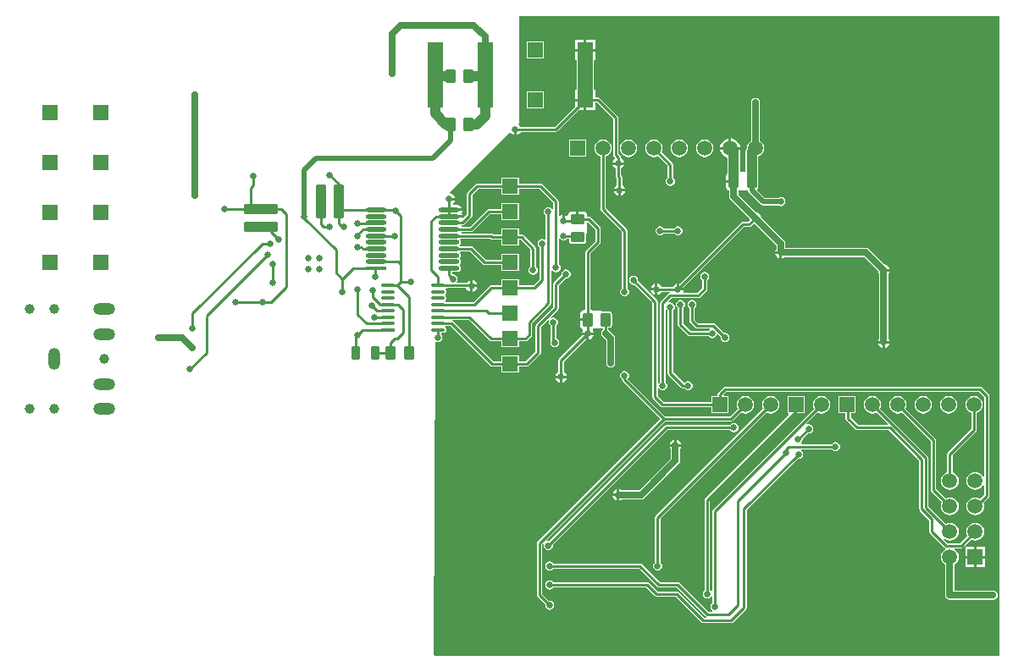
<source format=gbl>
G04 Layer_Physical_Order=2*
G04 Layer_Color=16711680*
%FSLAX43Y43*%
%MOMM*%
G71*
G01*
G75*
G04:AMPARAMS|DCode=14|XSize=1.4mm|YSize=1mm|CornerRadius=0.125mm|HoleSize=0mm|Usage=FLASHONLY|Rotation=270.000|XOffset=0mm|YOffset=0mm|HoleType=Round|Shape=RoundedRectangle|*
%AMROUNDEDRECTD14*
21,1,1.400,0.750,0,0,270.0*
21,1,1.150,1.000,0,0,270.0*
1,1,0.250,-0.375,-0.575*
1,1,0.250,-0.375,0.575*
1,1,0.250,0.375,0.575*
1,1,0.250,0.375,-0.575*
%
%ADD14ROUNDEDRECTD14*%
G04:AMPARAMS|DCode=22|XSize=1.4mm|YSize=1mm|CornerRadius=0.125mm|HoleSize=0mm|Usage=FLASHONLY|Rotation=180.000|XOffset=0mm|YOffset=0mm|HoleType=Round|Shape=RoundedRectangle|*
%AMROUNDEDRECTD22*
21,1,1.400,0.750,0,0,180.0*
21,1,1.150,1.000,0,0,180.0*
1,1,0.250,-0.575,0.375*
1,1,0.250,0.575,0.375*
1,1,0.250,0.575,-0.375*
1,1,0.250,-0.575,-0.375*
%
%ADD22ROUNDEDRECTD22*%
G04:AMPARAMS|DCode=24|XSize=1.3mm|YSize=0.8mm|CornerRadius=0.1mm|HoleSize=0mm|Usage=FLASHONLY|Rotation=270.000|XOffset=0mm|YOffset=0mm|HoleType=Round|Shape=RoundedRectangle|*
%AMROUNDEDRECTD24*
21,1,1.300,0.600,0,0,270.0*
21,1,1.100,0.800,0,0,270.0*
1,1,0.200,-0.300,-0.550*
1,1,0.200,-0.300,0.550*
1,1,0.200,0.300,0.550*
1,1,0.200,0.300,-0.550*
%
%ADD24ROUNDEDRECTD24*%
%ADD27R,1.500X1.500*%
%ADD34C,1.000*%
%ADD36C,0.254*%
%ADD37C,0.650*%
%ADD38C,1.500*%
%ADD41C,0.500*%
%ADD42C,1.500*%
%ADD43R,1.500X1.500*%
%ADD44O,2.200X1.200*%
%ADD45O,1.200X2.200*%
%ADD46C,1.000*%
%ADD47C,0.650*%
%ADD48R,2.100X0.450*%
%ADD49O,2.100X0.450*%
%ADD50O,1.450X0.350*%
%ADD51R,1.450X0.350*%
G36*
X53208Y45359D02*
Y44739D01*
X53081Y44701D01*
X53031Y44776D01*
X52881Y44876D01*
X52705Y44911D01*
X52529Y44876D01*
X52379Y44776D01*
X52279Y44626D01*
X52244Y44450D01*
X52279Y44274D01*
X52379Y44124D01*
X52446Y44079D01*
Y41720D01*
X52319Y41652D01*
X52246Y41701D01*
X52070Y41736D01*
X51894Y41701D01*
X51744Y41601D01*
X51644Y41451D01*
X51609Y41275D01*
X51644Y41099D01*
X51744Y40949D01*
X51811Y40904D01*
Y37699D01*
X51201Y37089D01*
X49772D01*
Y37707D01*
X48018D01*
Y37089D01*
X46990D01*
X46891Y37069D01*
X46807Y37013D01*
X45232Y35438D01*
X42423D01*
X42382Y35551D01*
X42386Y35571D01*
X42424Y35596D01*
X42490Y35696D01*
X42514Y35814D01*
X42490Y35932D01*
X42424Y36032D01*
X42386Y36057D01*
Y36206D01*
X42424Y36231D01*
X42490Y36331D01*
X42514Y36449D01*
X42490Y36567D01*
X42424Y36667D01*
Y36714D01*
X42515Y36775D01*
X42549Y36825D01*
X44470D01*
X44476Y36795D01*
X44604Y36603D01*
X44796Y36475D01*
X44895Y36455D01*
Y37021D01*
Y37586D01*
X44796Y37566D01*
X44604Y37438D01*
X44541Y37343D01*
X43625D01*
X43557Y37470D01*
X43606Y37543D01*
X43641Y37719D01*
X43606Y37895D01*
X43506Y38045D01*
X43356Y38145D01*
X43180Y38180D01*
X43173Y38178D01*
X43058Y38276D01*
Y38428D01*
X43624D01*
X43761Y38455D01*
X43878Y38533D01*
X43956Y38650D01*
X43983Y38787D01*
X43956Y38924D01*
X43878Y39041D01*
X43866Y39048D01*
Y39175D01*
X43878Y39183D01*
X43956Y39300D01*
X43983Y39437D01*
X43956Y39574D01*
X43878Y39691D01*
X43866Y39699D01*
Y39826D01*
X43878Y39833D01*
X43956Y39950D01*
X43983Y40087D01*
X43956Y40224D01*
X43883Y40334D01*
X43868Y40364D01*
X43876Y40381D01*
X43960Y40478D01*
X44881D01*
X46172Y39187D01*
X46256Y39131D01*
X46355Y39111D01*
X48018D01*
Y38493D01*
X49772D01*
Y40247D01*
X48018D01*
Y39629D01*
X46462D01*
X45171Y40920D01*
X45087Y40976D01*
X44988Y40996D01*
X43922D01*
X43868Y41110D01*
X43883Y41140D01*
X43956Y41250D01*
X43983Y41387D01*
X43956Y41524D01*
X43883Y41634D01*
X43868Y41664D01*
X43876Y41681D01*
X43960Y41778D01*
X46883D01*
X46934Y41727D01*
X47018Y41671D01*
X47117Y41651D01*
X48018D01*
Y41033D01*
X49772D01*
Y41651D01*
X49931D01*
X50922Y40660D01*
Y38979D01*
X50855Y38934D01*
X50755Y38784D01*
X50720Y38608D01*
X50755Y38432D01*
X50855Y38282D01*
X51005Y38182D01*
X51181Y38147D01*
X51357Y38182D01*
X51507Y38282D01*
X51607Y38432D01*
X51642Y38608D01*
X51607Y38784D01*
X51507Y38934D01*
X51440Y38979D01*
Y40767D01*
X51420Y40866D01*
X51364Y40950D01*
X50221Y42093D01*
X50137Y42149D01*
X50038Y42169D01*
X49772D01*
Y42787D01*
X48018D01*
Y42169D01*
X47224D01*
X47173Y42220D01*
X47089Y42276D01*
X46990Y42296D01*
X44041D01*
X44003Y42362D01*
X44041Y42428D01*
X44973D01*
X45072Y42448D01*
X45156Y42504D01*
X46843Y44191D01*
X48018D01*
Y43573D01*
X49772D01*
Y45327D01*
X48018D01*
Y44709D01*
X46736D01*
X46637Y44689D01*
X46553Y44633D01*
X44866Y42946D01*
X44041D01*
X44003Y43012D01*
X44041Y43078D01*
X44099D01*
X44198Y43098D01*
X44282Y43154D01*
X45014Y43886D01*
X45070Y43970D01*
X45090Y44069D01*
Y46121D01*
X45700Y46731D01*
X48018D01*
Y46113D01*
X49772D01*
Y46731D01*
X51836D01*
X53208Y45359D01*
D02*
G37*
G36*
X97790Y0D02*
X41365D01*
X41275Y90D01*
X41364Y31394D01*
X41459Y31444D01*
X41491Y31449D01*
X41656Y31416D01*
X41832Y31451D01*
X41982Y31551D01*
X42082Y31701D01*
X42117Y31877D01*
X42082Y32053D01*
X41982Y32203D01*
X41980Y32204D01*
X42019Y32331D01*
X42206D01*
X42324Y32355D01*
X42424Y32421D01*
X42490Y32521D01*
X42514Y32639D01*
X42490Y32757D01*
X42424Y32857D01*
X42386Y32882D01*
X42382Y32902D01*
X42423Y33015D01*
X42946D01*
X46934Y29027D01*
X47018Y28971D01*
X47117Y28951D01*
X48018D01*
Y28333D01*
X49772D01*
Y28951D01*
X50546D01*
X50645Y28971D01*
X50729Y29027D01*
X51872Y30170D01*
X51928Y30254D01*
X51948Y30353D01*
Y32913D01*
X52672Y33637D01*
X52781Y33579D01*
X52786Y33571D01*
X52752Y33401D01*
X52787Y33225D01*
X52887Y33075D01*
X52954Y33030D01*
Y31605D01*
X52914Y31545D01*
X52879Y31369D01*
X52914Y31193D01*
X53014Y31043D01*
X53164Y30943D01*
X53340Y30908D01*
X53516Y30943D01*
X53666Y31043D01*
X53766Y31193D01*
X53801Y31369D01*
X53766Y31545D01*
X53666Y31695D01*
X53516Y31795D01*
X53472Y31804D01*
Y33030D01*
X53539Y33075D01*
X53639Y33225D01*
X53674Y33401D01*
X53639Y33577D01*
X53539Y33727D01*
X53389Y33827D01*
X53213Y33862D01*
X53043Y33828D01*
X53035Y33833D01*
X52977Y33942D01*
X53650Y34615D01*
X53706Y34699D01*
X53726Y34798D01*
Y37104D01*
X54404Y37782D01*
X54483Y37766D01*
X54659Y37801D01*
X54809Y37901D01*
X54909Y38051D01*
X54944Y38227D01*
X54909Y38403D01*
X54809Y38553D01*
X54659Y38653D01*
X54483Y38688D01*
X54307Y38653D01*
X54157Y38553D01*
X54057Y38403D01*
X54022Y38227D01*
X54038Y38148D01*
X53284Y37394D01*
X53228Y37310D01*
X53208Y37211D01*
Y34905D01*
X51506Y33203D01*
X51450Y33119D01*
X51430Y33020D01*
Y30460D01*
X50439Y29469D01*
X49772D01*
Y30087D01*
X48018D01*
Y29469D01*
X47224D01*
X43236Y33457D01*
X43152Y33513D01*
X43103Y33523D01*
X43116Y33650D01*
X44724D01*
X46807Y31567D01*
X46891Y31511D01*
X46990Y31491D01*
X48018D01*
Y30873D01*
X49772D01*
Y31491D01*
X50419D01*
X50518Y31511D01*
X50602Y31567D01*
X50983Y31948D01*
X51039Y32032D01*
X51059Y32131D01*
Y33294D01*
X52888Y35123D01*
X52944Y35207D01*
X52964Y35306D01*
Y38573D01*
X53091Y38611D01*
X53141Y38536D01*
X53291Y38436D01*
X53467Y38401D01*
X53643Y38436D01*
X53793Y38536D01*
X53893Y38686D01*
X53928Y38862D01*
X53893Y39038D01*
X53793Y39188D01*
X53726Y39233D01*
Y41748D01*
X53853Y41786D01*
X53903Y41711D01*
X54053Y41611D01*
X54229Y41576D01*
X54405Y41611D01*
X54555Y41711D01*
X54600Y41778D01*
X54794D01*
Y41513D01*
X54814Y41415D01*
X54869Y41331D01*
X54953Y41276D01*
X55051Y41256D01*
X56201D01*
X56299Y41276D01*
X56383Y41331D01*
X56438Y41415D01*
X56458Y41513D01*
Y42245D01*
X56526Y42313D01*
Y43117D01*
X56558Y43165D01*
X56587Y43313D01*
Y43324D01*
X56714Y43376D01*
X57399Y42692D01*
Y41509D01*
X56448Y40558D01*
X56392Y40474D01*
X56372Y40375D01*
Y34616D01*
X56256D01*
X56108Y34587D01*
X55983Y34503D01*
X55899Y34378D01*
X55870Y34230D01*
Y33782D01*
X56631D01*
Y33528D01*
X55870D01*
Y33080D01*
X55899Y32932D01*
X55983Y32807D01*
X56105Y32725D01*
X56108Y32723D01*
X56163Y32583D01*
X56097Y32484D01*
X56077Y32385D01*
X57207D01*
X57187Y32484D01*
X57119Y32587D01*
X57147Y32698D01*
X57172Y32735D01*
X57202Y32755D01*
X58006D01*
X58045Y32794D01*
X58167Y32755D01*
X58171Y32635D01*
X58094Y32584D01*
X57994Y32434D01*
X57959Y32258D01*
X57994Y32082D01*
X58094Y31932D01*
X58467Y31559D01*
Y29337D01*
X58502Y29161D01*
X58602Y29011D01*
X58752Y28911D01*
X58928Y28876D01*
X59104Y28911D01*
X59254Y29011D01*
X59354Y29161D01*
X59389Y29337D01*
Y31750D01*
X59389Y31750D01*
X59354Y31926D01*
X59254Y32076D01*
X58746Y32584D01*
X58690Y32621D01*
Y32823D01*
X58806D01*
X58904Y32843D01*
X58988Y32898D01*
X59043Y32982D01*
X59063Y33080D01*
Y34230D01*
X59043Y34328D01*
X58988Y34412D01*
X58904Y34467D01*
X58806Y34487D01*
X58074D01*
X58006Y34555D01*
X57202D01*
X57154Y34587D01*
X57006Y34616D01*
X56890D01*
Y40268D01*
X57841Y41219D01*
X57897Y41303D01*
X57917Y41402D01*
Y42799D01*
X57897Y42898D01*
X57841Y42982D01*
X56952Y43871D01*
X56868Y43927D01*
X56769Y43947D01*
X56587D01*
Y44063D01*
X56558Y44211D01*
X56474Y44336D01*
X56349Y44420D01*
X56201Y44449D01*
X55753D01*
Y43688D01*
X55499D01*
Y44449D01*
X55051D01*
X54903Y44420D01*
X54778Y44336D01*
X54694Y44211D01*
X54674Y44112D01*
X54568Y44054D01*
X54538Y44051D01*
X54455Y44106D01*
X54356Y44126D01*
Y43561D01*
X54102D01*
Y44126D01*
X54003Y44106D01*
X53853Y44006D01*
X53726Y44062D01*
Y45466D01*
X53706Y45565D01*
X53650Y45649D01*
X52126Y47173D01*
X52042Y47229D01*
X51943Y47249D01*
X49772D01*
Y47867D01*
X48018D01*
Y47249D01*
X45593D01*
X45494Y47229D01*
X45410Y47173D01*
X44648Y46411D01*
X44592Y46327D01*
X44572Y46228D01*
Y44176D01*
X44207Y43811D01*
X44115Y43860D01*
X42799D01*
Y44114D01*
X44087D01*
X44075Y44174D01*
X43983Y44312D01*
X44075Y44450D01*
X44087Y44510D01*
X42799D01*
Y44764D01*
X44087D01*
X44075Y44824D01*
X43969Y44982D01*
X43811Y45088D01*
X43624Y45125D01*
X43180D01*
X43141Y45252D01*
X43216Y45303D01*
X43344Y45494D01*
X43364Y45593D01*
X42799D01*
Y45847D01*
X43364D01*
X43344Y45946D01*
X43216Y46137D01*
X43025Y46265D01*
X42912Y46288D01*
X42870Y46426D01*
X48813Y52369D01*
X48939Y52357D01*
X48986Y52288D01*
X49177Y52160D01*
X49276Y52140D01*
Y52705D01*
X49530D01*
Y52140D01*
X49629Y52160D01*
X49820Y52288D01*
X49926Y52446D01*
X53467D01*
X53566Y52466D01*
X53650Y52522D01*
X55750Y54622D01*
X56261D01*
Y55499D01*
X55384D01*
Y54988D01*
X53360Y52964D01*
X49926D01*
X49820Y53122D01*
X49751Y53169D01*
X49739Y53295D01*
X49784Y53340D01*
Y64008D01*
X97790D01*
Y0D01*
D02*
G37*
%LPC*%
G36*
X45148Y37586D02*
Y37147D01*
X45587D01*
X45567Y37246D01*
X45439Y37438D01*
X45247Y37566D01*
X45148Y37586D01*
D02*
G37*
G36*
X45587Y36894D02*
X45148D01*
Y36455D01*
X45247Y36475D01*
X45439Y36603D01*
X45567Y36795D01*
X45587Y36894D01*
D02*
G37*
G36*
X53848Y27813D02*
X53410D01*
X53430Y27714D01*
X53558Y27523D01*
X53749Y27395D01*
X53848Y27375D01*
Y27813D01*
D02*
G37*
G36*
X92710Y26031D02*
X92481Y26000D01*
X92268Y25912D01*
X92085Y25771D01*
X91944Y25588D01*
X91856Y25375D01*
X91825Y25146D01*
X91856Y24917D01*
X91944Y24704D01*
X92085Y24521D01*
X92268Y24380D01*
X92481Y24292D01*
X92710Y24261D01*
X92939Y24292D01*
X93152Y24380D01*
X93335Y24521D01*
X93476Y24704D01*
X93564Y24917D01*
X93595Y25146D01*
X93564Y25375D01*
X93476Y25588D01*
X93335Y25771D01*
X93152Y25912D01*
X92939Y26000D01*
X92710Y26031D01*
D02*
G37*
G36*
X60325Y28528D02*
X60149Y28493D01*
X59999Y28393D01*
X59899Y28243D01*
X59864Y28067D01*
X59899Y27891D01*
X59999Y27741D01*
X60066Y27696D01*
Y27686D01*
X60086Y27587D01*
X60142Y27503D01*
X63896Y23749D01*
X51633Y11486D01*
X51577Y11402D01*
X51557Y11303D01*
Y6096D01*
X51577Y5997D01*
X51633Y5913D01*
X52387Y5159D01*
X52371Y5080D01*
X52406Y4904D01*
X52506Y4754D01*
X52656Y4654D01*
X52832Y4619D01*
X53008Y4654D01*
X53158Y4754D01*
X53258Y4904D01*
X53293Y5080D01*
X53258Y5256D01*
X53158Y5406D01*
X53008Y5506D01*
X52832Y5541D01*
X52753Y5525D01*
X52075Y6203D01*
Y11196D01*
X52164Y11285D01*
X52273Y11227D01*
X52278Y11219D01*
X52244Y11049D01*
X52279Y10873D01*
X52379Y10723D01*
X52529Y10623D01*
X52705Y10588D01*
X52881Y10623D01*
X53031Y10723D01*
X53131Y10873D01*
X53166Y11049D01*
X53150Y11128D01*
X64623Y22601D01*
X70876D01*
X70921Y22534D01*
X71071Y22434D01*
X71247Y22399D01*
X71423Y22434D01*
X71573Y22534D01*
X71673Y22684D01*
X71708Y22860D01*
X71673Y23036D01*
X71573Y23186D01*
X71423Y23286D01*
X71247Y23321D01*
X71071Y23286D01*
X70921Y23186D01*
X70876Y23119D01*
X64516D01*
X64417Y23099D01*
X64333Y23043D01*
X52784Y11494D01*
X52705Y11510D01*
X52535Y11476D01*
X52527Y11481D01*
X52469Y11590D01*
X64369Y23490D01*
X70993D01*
X71092Y23510D01*
X71176Y23566D01*
X71978Y24368D01*
X72161Y24292D01*
X72390Y24261D01*
X72619Y24292D01*
X72832Y24380D01*
X73015Y24521D01*
X73156Y24704D01*
X73244Y24917D01*
X73275Y25146D01*
X73244Y25375D01*
X73156Y25588D01*
X73015Y25771D01*
X72832Y25912D01*
X72619Y26000D01*
X72390Y26031D01*
X72161Y26000D01*
X71948Y25912D01*
X71765Y25771D01*
X71624Y25588D01*
X71536Y25375D01*
X71505Y25146D01*
X71536Y24917D01*
X71612Y24734D01*
X70886Y24008D01*
X64369D01*
X60650Y27728D01*
X60651Y27741D01*
X60751Y27891D01*
X60786Y28067D01*
X60751Y28243D01*
X60651Y28393D01*
X60501Y28493D01*
X60325Y28528D01*
D02*
G37*
G36*
X74930Y26031D02*
X74701Y26000D01*
X74488Y25912D01*
X74305Y25771D01*
X74164Y25588D01*
X74076Y25375D01*
X74045Y25146D01*
X74076Y24917D01*
X74151Y24734D01*
X63444Y14026D01*
X63388Y13942D01*
X63368Y13843D01*
Y9388D01*
X63301Y9343D01*
X63201Y9193D01*
X63166Y9017D01*
X63201Y8841D01*
X63301Y8691D01*
X63451Y8591D01*
X63627Y8556D01*
X63803Y8591D01*
X63953Y8691D01*
X64053Y8841D01*
X64088Y9017D01*
X64053Y9193D01*
X63953Y9343D01*
X63886Y9388D01*
Y13736D01*
X74518Y24368D01*
X74701Y24292D01*
X74930Y24261D01*
X75159Y24292D01*
X75372Y24380D01*
X75555Y24521D01*
X75696Y24704D01*
X75784Y24917D01*
X75815Y25146D01*
X75784Y25375D01*
X75696Y25588D01*
X75555Y25771D01*
X75372Y25912D01*
X75159Y26000D01*
X74930Y26031D01*
D02*
G37*
G36*
X90170D02*
X89941Y26000D01*
X89728Y25912D01*
X89545Y25771D01*
X89404Y25588D01*
X89316Y25375D01*
X89285Y25146D01*
X89316Y24917D01*
X89404Y24704D01*
X89545Y24521D01*
X89728Y24380D01*
X89941Y24292D01*
X90170Y24261D01*
X90399Y24292D01*
X90612Y24380D01*
X90795Y24521D01*
X90936Y24704D01*
X91024Y24917D01*
X91055Y25146D01*
X91024Y25375D01*
X90936Y25588D01*
X90795Y25771D01*
X90612Y25912D01*
X90399Y26000D01*
X90170Y26031D01*
D02*
G37*
G36*
X56515Y32131D02*
X56077D01*
X56089Y32071D01*
X53792Y29774D01*
X53736Y29690D01*
X53716Y29591D01*
Y28463D01*
X53558Y28357D01*
X53430Y28166D01*
X53410Y28067D01*
X54540D01*
X54520Y28166D01*
X54392Y28357D01*
X54234Y28463D01*
Y29484D01*
X56455Y31705D01*
X56515Y31693D01*
Y32131D01*
D02*
G37*
G36*
X57207D02*
X56769D01*
Y31693D01*
X56868Y31713D01*
X57059Y31841D01*
X57187Y32032D01*
X57207Y32131D01*
D02*
G37*
G36*
X67056Y35640D02*
X66880Y35605D01*
X66730Y35505D01*
X66630Y35355D01*
X66595Y35179D01*
X66630Y35003D01*
X66730Y34853D01*
X66797Y34808D01*
Y33528D01*
X66817Y33429D01*
X66873Y33345D01*
X67381Y32837D01*
X67465Y32781D01*
X67564Y32761D01*
X68799D01*
X68837Y32634D01*
X68762Y32584D01*
X68717Y32517D01*
X66909D01*
X66172Y33254D01*
Y34808D01*
X66239Y34853D01*
X66339Y35003D01*
X66374Y35179D01*
X66339Y35355D01*
X66239Y35505D01*
X66089Y35605D01*
X65913Y35640D01*
X65737Y35605D01*
X65587Y35505D01*
X65487Y35355D01*
X65452Y35179D01*
X65487Y35003D01*
X65587Y34853D01*
X65654Y34808D01*
Y33147D01*
X65674Y33048D01*
X65730Y32964D01*
X66619Y32075D01*
X66703Y32019D01*
X66802Y31999D01*
X68717D01*
X68762Y31932D01*
X68912Y31832D01*
X69088Y31797D01*
X69264Y31832D01*
X69414Y31932D01*
X69514Y32082D01*
X69529Y32160D01*
X69667Y32202D01*
X69913Y31956D01*
X69897Y31877D01*
X69932Y31701D01*
X70032Y31551D01*
X70182Y31451D01*
X70358Y31416D01*
X70534Y31451D01*
X70684Y31551D01*
X70784Y31701D01*
X70819Y31877D01*
X70784Y32053D01*
X70684Y32203D01*
X70534Y32303D01*
X70358Y32338D01*
X70279Y32322D01*
X69398Y33203D01*
X69314Y33259D01*
X69215Y33279D01*
X67671D01*
X67315Y33635D01*
Y34808D01*
X67382Y34853D01*
X67482Y35003D01*
X67517Y35179D01*
X67482Y35355D01*
X67382Y35505D01*
X67232Y35605D01*
X67056Y35640D01*
D02*
G37*
G36*
X54540Y27813D02*
X54102D01*
Y27375D01*
X54201Y27395D01*
X54392Y27523D01*
X54520Y27714D01*
X54540Y27813D01*
D02*
G37*
G36*
X86106Y31267D02*
X85668D01*
X85688Y31168D01*
X85816Y30977D01*
X86007Y30849D01*
X86106Y30829D01*
Y31267D01*
D02*
G37*
G36*
X86798D02*
X86360D01*
Y30829D01*
X86459Y30849D01*
X86650Y30977D01*
X86778Y31168D01*
X86798Y31267D01*
D02*
G37*
G36*
X95504Y10910D02*
Y10033D01*
X96381D01*
Y10910D01*
X95504D01*
D02*
G37*
G36*
X87630Y26031D02*
X87401Y26000D01*
X87188Y25912D01*
X87005Y25771D01*
X86864Y25588D01*
X86776Y25375D01*
X86745Y25146D01*
X86776Y24917D01*
X86864Y24704D01*
X87005Y24521D01*
X87188Y24380D01*
X87401Y24292D01*
X87630Y24261D01*
X87859Y24292D01*
X88042Y24368D01*
X90927Y21483D01*
Y16637D01*
X90947Y16538D01*
X91003Y16454D01*
X92059Y15398D01*
X91983Y15215D01*
X91952Y14986D01*
X91983Y14757D01*
X92071Y14544D01*
X92212Y14361D01*
X92395Y14220D01*
X92608Y14132D01*
X92837Y14101D01*
X93066Y14132D01*
X93279Y14220D01*
X93462Y14361D01*
X93603Y14544D01*
X93691Y14757D01*
X93722Y14986D01*
X93691Y15215D01*
X93603Y15428D01*
X93462Y15611D01*
X93279Y15752D01*
X93066Y15840D01*
X92837Y15871D01*
X92608Y15840D01*
X92425Y15764D01*
X91445Y16744D01*
Y21590D01*
X91425Y21689D01*
X91369Y21773D01*
X88409Y24734D01*
X88484Y24917D01*
X88515Y25146D01*
X88484Y25375D01*
X88396Y25588D01*
X88255Y25771D01*
X88072Y25912D01*
X87859Y26000D01*
X87630Y26031D01*
D02*
G37*
G36*
X59563Y16002D02*
X59125D01*
X59145Y15903D01*
X59273Y15712D01*
X59464Y15584D01*
X59563Y15564D01*
Y16002D01*
D02*
G37*
G36*
X80010Y26031D02*
X79781Y26000D01*
X79568Y25912D01*
X79385Y25771D01*
X79244Y25588D01*
X79156Y25375D01*
X79125Y25146D01*
X79156Y24917D01*
X79231Y24734D01*
X69159Y14661D01*
X69103Y14577D01*
X69083Y14478D01*
Y6512D01*
X68956Y6474D01*
X68906Y6549D01*
X68839Y6594D01*
Y15514D01*
X77594Y24269D01*
X78347D01*
Y26023D01*
X76593D01*
Y24269D01*
X76696D01*
X76744Y24152D01*
X68397Y15804D01*
X68341Y15720D01*
X68321Y15621D01*
Y6594D01*
X68254Y6549D01*
X68154Y6399D01*
X68119Y6223D01*
X68154Y6047D01*
X68254Y5897D01*
X68404Y5797D01*
X68580Y5762D01*
X68756Y5797D01*
X68906Y5897D01*
X68956Y5972D01*
X69083Y5934D01*
Y5324D01*
X69016Y5279D01*
X68916Y5129D01*
X68881Y4953D01*
X68916Y4777D01*
X69016Y4627D01*
X69091Y4577D01*
X69053Y4450D01*
X68687D01*
X65842Y7295D01*
X65758Y7351D01*
X65659Y7371D01*
X63861D01*
X62032Y9200D01*
X61948Y9256D01*
X61849Y9276D01*
X53203D01*
X53158Y9343D01*
X53008Y9443D01*
X52832Y9478D01*
X52656Y9443D01*
X52506Y9343D01*
X52406Y9193D01*
X52371Y9017D01*
X52406Y8841D01*
X52506Y8691D01*
X52656Y8591D01*
X52832Y8556D01*
X53008Y8591D01*
X53158Y8691D01*
X53203Y8758D01*
X61742D01*
X63571Y6929D01*
X63655Y6873D01*
X63754Y6853D01*
X65552D01*
X68397Y4008D01*
X68481Y3952D01*
X68530Y3942D01*
X68517Y3815D01*
X68306D01*
X65715Y6406D01*
X65631Y6462D01*
X65532Y6482D01*
X63607D01*
X62794Y7295D01*
X62710Y7351D01*
X62611Y7371D01*
X53203D01*
X53158Y7438D01*
X53008Y7538D01*
X52832Y7573D01*
X52656Y7538D01*
X52506Y7438D01*
X52406Y7288D01*
X52371Y7112D01*
X52406Y6936D01*
X52506Y6786D01*
X52656Y6686D01*
X52832Y6651D01*
X53008Y6686D01*
X53158Y6786D01*
X53203Y6853D01*
X62504D01*
X63317Y6040D01*
X63401Y5984D01*
X63500Y5964D01*
X65425D01*
X68016Y3373D01*
X68100Y3317D01*
X68199Y3297D01*
X70993D01*
X71092Y3317D01*
X71176Y3373D01*
X72446Y4643D01*
X72502Y4727D01*
X72522Y4826D01*
Y14625D01*
X77645Y19748D01*
X77724Y19732D01*
X77900Y19767D01*
X78050Y19867D01*
X78150Y20017D01*
X78185Y20193D01*
X78150Y20369D01*
X78050Y20519D01*
X77975Y20569D01*
X78013Y20696D01*
X81036D01*
X81081Y20629D01*
X81231Y20529D01*
X81407Y20494D01*
X81583Y20529D01*
X81733Y20629D01*
X81833Y20779D01*
X81868Y20955D01*
X81833Y21131D01*
X81733Y21281D01*
X81583Y21381D01*
X81407Y21416D01*
X81231Y21381D01*
X81081Y21281D01*
X81036Y21214D01*
X78036D01*
X77998Y21341D01*
X78004Y21345D01*
X78104Y21495D01*
X78139Y21671D01*
X78123Y21750D01*
X78661Y22288D01*
X78740Y22272D01*
X78916Y22307D01*
X79066Y22407D01*
X79166Y22557D01*
X79201Y22733D01*
X79166Y22909D01*
X79066Y23059D01*
X78916Y23159D01*
X78740Y23194D01*
X78570Y23160D01*
X78562Y23165D01*
X78504Y23274D01*
X79598Y24368D01*
X79781Y24292D01*
X80010Y24261D01*
X80239Y24292D01*
X80452Y24380D01*
X80635Y24521D01*
X80776Y24704D01*
X80864Y24917D01*
X80895Y25146D01*
X80864Y25375D01*
X80776Y25588D01*
X80635Y25771D01*
X80452Y25912D01*
X80239Y26000D01*
X80010Y26031D01*
D02*
G37*
G36*
X95250Y9779D02*
X94373D01*
Y8902D01*
X95250D01*
Y9779D01*
D02*
G37*
G36*
X96381D02*
X95504D01*
Y8902D01*
X96381D01*
Y9779D01*
D02*
G37*
G36*
X65278Y21647D02*
X65179Y21627D01*
X64988Y21499D01*
X64860Y21308D01*
X64840Y21209D01*
X65278D01*
Y21647D01*
D02*
G37*
G36*
X65532D02*
Y21209D01*
X65970D01*
X65950Y21308D01*
X65822Y21499D01*
X65631Y21627D01*
X65532Y21647D01*
D02*
G37*
G36*
X85090Y26031D02*
X84861Y26000D01*
X84648Y25912D01*
X84465Y25771D01*
X84324Y25588D01*
X84236Y25375D01*
X84205Y25146D01*
X84236Y24917D01*
X84324Y24704D01*
X84465Y24521D01*
X84648Y24380D01*
X84861Y24292D01*
X85090Y24261D01*
X85319Y24292D01*
X85502Y24368D01*
X86633Y23236D01*
X86585Y23119D01*
X83673D01*
X82936Y23856D01*
Y24269D01*
X83427D01*
Y26023D01*
X81673D01*
Y24269D01*
X82418D01*
Y23749D01*
X82438Y23650D01*
X82494Y23566D01*
X83383Y22677D01*
X83467Y22621D01*
X83566Y22601D01*
X86730D01*
X89784Y19547D01*
Y14701D01*
X89804Y14602D01*
X89860Y14518D01*
X90800Y13578D01*
Y12446D01*
X90820Y12347D01*
X90876Y12263D01*
X92273Y10866D01*
X92357Y10810D01*
X92383Y10805D01*
X92396Y10673D01*
X92395Y10672D01*
X92212Y10531D01*
X92071Y10348D01*
X91983Y10135D01*
X91952Y9906D01*
X91983Y9677D01*
X92071Y9464D01*
X92212Y9281D01*
X92376Y9154D01*
Y6096D01*
X92411Y5920D01*
X92511Y5770D01*
X92661Y5670D01*
X92837Y5635D01*
X97155D01*
X97331Y5670D01*
X97481Y5770D01*
X97581Y5920D01*
X97616Y6096D01*
X97581Y6272D01*
X97481Y6422D01*
X97331Y6522D01*
X97155Y6557D01*
X93298D01*
Y9154D01*
X93462Y9281D01*
X93603Y9464D01*
X93691Y9677D01*
X93722Y9906D01*
X93691Y10135D01*
X93603Y10348D01*
X93462Y10531D01*
X93291Y10663D01*
X93291Y10703D01*
X93326Y10790D01*
X93980D01*
X94079Y10810D01*
X94163Y10866D01*
X94273Y10976D01*
X94373Y10896D01*
X94373Y10789D01*
Y10033D01*
X95250D01*
Y10910D01*
X94499D01*
X94387Y10910D01*
X94307Y11010D01*
X94965Y11667D01*
X95148Y11592D01*
X95377Y11561D01*
X95606Y11592D01*
X95819Y11680D01*
X96002Y11821D01*
X96143Y12004D01*
X96231Y12217D01*
X96262Y12446D01*
X96231Y12675D01*
X96143Y12888D01*
X96002Y13071D01*
X95819Y13212D01*
X95606Y13300D01*
X95377Y13331D01*
X95148Y13300D01*
X94935Y13212D01*
X94752Y13071D01*
X94611Y12888D01*
X94523Y12675D01*
X94492Y12446D01*
X94523Y12217D01*
X94599Y12034D01*
X93873Y11308D01*
X92563D01*
X92208Y11663D01*
X92292Y11758D01*
X92395Y11680D01*
X92608Y11592D01*
X92837Y11561D01*
X93066Y11592D01*
X93279Y11680D01*
X93462Y11821D01*
X93603Y12004D01*
X93691Y12217D01*
X93722Y12446D01*
X93691Y12675D01*
X93603Y12888D01*
X93462Y13071D01*
X93279Y13212D01*
X93066Y13300D01*
X92837Y13331D01*
X92608Y13300D01*
X92425Y13224D01*
X90683Y14966D01*
Y19812D01*
X90663Y19911D01*
X90607Y19995D01*
X85868Y24734D01*
X85944Y24917D01*
X85975Y25146D01*
X85944Y25375D01*
X85856Y25588D01*
X85715Y25771D01*
X85532Y25912D01*
X85319Y26000D01*
X85090Y26031D01*
D02*
G37*
G36*
X59563Y16694D02*
X59464Y16674D01*
X59273Y16546D01*
X59145Y16355D01*
X59125Y16256D01*
X59563D01*
Y16694D01*
D02*
G37*
G36*
X65970Y20955D02*
X64840D01*
X64860Y20856D01*
X64944Y20730D01*
Y19749D01*
X61785Y16590D01*
X60042D01*
X59916Y16674D01*
X59817Y16694D01*
Y16129D01*
Y15564D01*
X59916Y15584D01*
X60042Y15668D01*
X61976D01*
X62152Y15703D01*
X62302Y15803D01*
X65731Y19232D01*
X65831Y19382D01*
X65866Y19558D01*
Y20730D01*
X65950Y20856D01*
X65970Y20955D01*
D02*
G37*
G36*
X95250Y26031D02*
X95021Y26000D01*
X94808Y25912D01*
X94625Y25771D01*
X94484Y25588D01*
X94396Y25375D01*
X94365Y25146D01*
X94396Y24917D01*
X94484Y24704D01*
X94625Y24521D01*
X94808Y24380D01*
X94991Y24304D01*
Y22713D01*
X92654Y20376D01*
X92598Y20292D01*
X92578Y20193D01*
Y18368D01*
X92395Y18292D01*
X92212Y18151D01*
X92071Y17968D01*
X91983Y17755D01*
X91952Y17526D01*
X91983Y17297D01*
X92071Y17084D01*
X92212Y16901D01*
X92395Y16760D01*
X92608Y16672D01*
X92837Y16641D01*
X93066Y16672D01*
X93279Y16760D01*
X93462Y16901D01*
X93603Y17084D01*
X93691Y17297D01*
X93722Y17526D01*
X93691Y17755D01*
X93603Y17968D01*
X93462Y18151D01*
X93279Y18292D01*
X93096Y18368D01*
Y20086D01*
X95433Y22423D01*
X95489Y22507D01*
X95509Y22606D01*
Y24304D01*
X95692Y24380D01*
X95875Y24521D01*
X96016Y24704D01*
X96104Y24917D01*
X96135Y25146D01*
X96104Y25375D01*
X96016Y25588D01*
X95875Y25771D01*
X95692Y25912D01*
X95479Y26000D01*
X95250Y26031D01*
D02*
G37*
G36*
X58166Y51685D02*
X57937Y51654D01*
X57724Y51566D01*
X57541Y51425D01*
X57400Y51242D01*
X57312Y51029D01*
X57281Y50800D01*
X57312Y50571D01*
X57400Y50358D01*
X57541Y50175D01*
X57724Y50034D01*
X57907Y49958D01*
Y44704D01*
X57927Y44605D01*
X57983Y44521D01*
X60066Y42438D01*
Y36820D01*
X59999Y36775D01*
X59899Y36625D01*
X59864Y36449D01*
X59899Y36273D01*
X59999Y36123D01*
X60149Y36023D01*
X60325Y35988D01*
X60501Y36023D01*
X60651Y36123D01*
X60751Y36273D01*
X60786Y36449D01*
X60751Y36625D01*
X60651Y36775D01*
X60584Y36820D01*
Y42545D01*
X60564Y42644D01*
X60508Y42728D01*
X58425Y44811D01*
Y49958D01*
X58608Y50034D01*
X58791Y50175D01*
X58932Y50358D01*
X59020Y50571D01*
X59051Y50800D01*
X59020Y51029D01*
X58932Y51242D01*
X58791Y51425D01*
X58608Y51566D01*
X58395Y51654D01*
X58166Y51685D01*
D02*
G37*
G36*
X68326D02*
X68097Y51654D01*
X67884Y51566D01*
X67701Y51425D01*
X67560Y51242D01*
X67472Y51029D01*
X67441Y50800D01*
X67472Y50571D01*
X67560Y50358D01*
X67701Y50175D01*
X67884Y50034D01*
X68097Y49946D01*
X68326Y49915D01*
X68555Y49946D01*
X68768Y50034D01*
X68951Y50175D01*
X69092Y50358D01*
X69180Y50571D01*
X69211Y50800D01*
X69180Y51029D01*
X69092Y51242D01*
X68951Y51425D01*
X68768Y51566D01*
X68555Y51654D01*
X68326Y51685D01*
D02*
G37*
G36*
X56503Y51677D02*
X54749D01*
Y49923D01*
X56503D01*
Y51677D01*
D02*
G37*
G36*
X65786Y51685D02*
X65557Y51654D01*
X65344Y51566D01*
X65161Y51425D01*
X65020Y51242D01*
X64932Y51029D01*
X64901Y50800D01*
X64932Y50571D01*
X65020Y50358D01*
X65161Y50175D01*
X65344Y50034D01*
X65557Y49946D01*
X65786Y49915D01*
X66015Y49946D01*
X66228Y50034D01*
X66411Y50175D01*
X66552Y50358D01*
X66640Y50571D01*
X66671Y50800D01*
X66640Y51029D01*
X66552Y51242D01*
X66411Y51425D01*
X66228Y51566D01*
X66015Y51654D01*
X65786Y51685D01*
D02*
G37*
G36*
X57392Y60499D02*
X56388D01*
X55384D01*
Y59622D01*
X55503D01*
Y56630D01*
X55384D01*
Y55753D01*
X56388D01*
Y55626D01*
X56515D01*
Y54622D01*
X57392D01*
Y55367D01*
X57551D01*
X59177Y53741D01*
Y50165D01*
X59197Y50066D01*
X59253Y49982D01*
X59342Y49893D01*
X59326Y49729D01*
X59273Y49693D01*
X59145Y49502D01*
X59125Y49403D01*
X60255D01*
X60235Y49502D01*
X60107Y49693D01*
X59949Y49799D01*
Y49911D01*
X59929Y50010D01*
X59873Y50094D01*
X59695Y50272D01*
Y53848D01*
X59675Y53947D01*
X59619Y54031D01*
X57841Y55809D01*
X57757Y55865D01*
X57658Y55885D01*
X57392D01*
Y56630D01*
X57273D01*
Y59622D01*
X57392D01*
Y60499D01*
D02*
G37*
G36*
X60706Y51685D02*
X60477Y51654D01*
X60264Y51566D01*
X60081Y51425D01*
X59940Y51242D01*
X59852Y51029D01*
X59821Y50800D01*
X59852Y50571D01*
X59940Y50358D01*
X60081Y50175D01*
X60264Y50034D01*
X60477Y49946D01*
X60706Y49915D01*
X60935Y49946D01*
X61148Y50034D01*
X61331Y50175D01*
X61472Y50358D01*
X61560Y50571D01*
X61591Y50800D01*
X61560Y51029D01*
X61472Y51242D01*
X61331Y51425D01*
X61148Y51566D01*
X60935Y51654D01*
X60706Y51685D01*
D02*
G37*
G36*
X70739Y51796D02*
X70604Y51778D01*
X70360Y51677D01*
X70150Y51516D01*
X69989Y51306D01*
X69888Y51062D01*
X69870Y50927D01*
X70739D01*
Y51796D01*
D02*
G37*
G36*
X56261Y61630D02*
X55384D01*
Y60753D01*
X56261D01*
Y61630D01*
D02*
G37*
G36*
X57392D02*
X56515D01*
Y60753D01*
X57392D01*
Y61630D01*
D02*
G37*
G36*
X52265Y61503D02*
X50511D01*
Y59749D01*
X52265D01*
Y61503D01*
D02*
G37*
G36*
X70993Y51796D02*
Y50927D01*
X71862D01*
X71844Y51062D01*
X71743Y51306D01*
X71582Y51516D01*
X71372Y51677D01*
X71128Y51778D01*
X70993Y51796D01*
D02*
G37*
G36*
X52265Y56503D02*
X50511D01*
Y54749D01*
X52265D01*
Y56503D01*
D02*
G37*
G36*
X73406Y55833D02*
X73230Y55798D01*
X73080Y55698D01*
X72980Y55548D01*
X72945Y55372D01*
Y51552D01*
X72781Y51425D01*
X72640Y51242D01*
X72552Y51029D01*
X72521Y50800D01*
X72523Y50790D01*
X72445Y50675D01*
X72397Y50430D01*
Y48398D01*
X71875D01*
Y50430D01*
X71848Y50567D01*
X71862Y50673D01*
X69870D01*
X69888Y50538D01*
X69989Y50294D01*
X70150Y50084D01*
X70360Y49923D01*
X70597Y49825D01*
Y48352D01*
X70588Y48346D01*
X70504Y48221D01*
X70475Y48073D01*
Y47625D01*
X71236D01*
Y47371D01*
X70475D01*
Y46923D01*
X70504Y46775D01*
X70588Y46650D01*
X70713Y46566D01*
X70775Y46554D01*
Y45985D01*
X70810Y45809D01*
X70910Y45659D01*
X72825Y43744D01*
X72840Y43615D01*
X72664Y43439D01*
X72136D01*
X72037Y43419D01*
X71953Y43363D01*
X65846Y37256D01*
X65786Y37268D01*
Y36830D01*
X66224D01*
X66212Y36890D01*
X72243Y42921D01*
X72771D01*
X72870Y42941D01*
X72954Y42997D01*
X73219Y43262D01*
X73329Y43240D01*
X75485Y41084D01*
Y40738D01*
X75401Y40612D01*
X75381Y40513D01*
X75946D01*
Y40386D01*
X76073D01*
Y39821D01*
X76172Y39841D01*
X76298Y39925D01*
X84264D01*
X85658Y38531D01*
X85688Y38382D01*
X85772Y38256D01*
Y31747D01*
X85688Y31620D01*
X85668Y31521D01*
X86798D01*
X86778Y31620D01*
X86694Y31747D01*
Y38256D01*
X86778Y38382D01*
X86798Y38481D01*
X86233D01*
Y38735D01*
X86798D01*
X86778Y38834D01*
X86650Y39025D01*
X86459Y39153D01*
X86310Y39183D01*
X84781Y40712D01*
X84631Y40812D01*
X84455Y40847D01*
X76407D01*
Y41275D01*
X76407Y41275D01*
X76372Y41451D01*
X76272Y41601D01*
X76272Y41601D01*
X73981Y43892D01*
X73951Y44041D01*
X73823Y44232D01*
X73632Y44360D01*
X73483Y44390D01*
X71697Y46176D01*
Y46554D01*
X71759Y46566D01*
X71807Y46598D01*
X72611Y46598D01*
X72672Y46496D01*
X72681Y46451D01*
X72764Y46326D01*
X73896Y45194D01*
X73896Y45194D01*
X74021Y45111D01*
X74168Y45082D01*
X75708D01*
X75770Y45040D01*
X75946Y45005D01*
X76122Y45040D01*
X76272Y45140D01*
X76372Y45290D01*
X76407Y45466D01*
X76372Y45642D01*
X76272Y45792D01*
X76122Y45892D01*
X75946Y45927D01*
X75770Y45892D01*
X75708Y45850D01*
X74327D01*
X73590Y46587D01*
X73593Y46741D01*
X73648Y46825D01*
X73668Y46923D01*
Y47461D01*
X73675Y47498D01*
Y49962D01*
X73848Y50034D01*
X74031Y50175D01*
X74172Y50358D01*
X74260Y50571D01*
X74291Y50800D01*
X74260Y51029D01*
X74172Y51242D01*
X74031Y51425D01*
X73867Y51552D01*
Y55372D01*
X73832Y55548D01*
X73732Y55698D01*
X73582Y55798D01*
X73406Y55833D01*
D02*
G37*
G36*
X63373Y37268D02*
X63274Y37248D01*
X63083Y37120D01*
X62955Y36929D01*
X62935Y36830D01*
X63373D01*
Y37268D01*
D02*
G37*
G36*
Y36576D02*
X62935D01*
X62955Y36477D01*
X63083Y36286D01*
X63274Y36158D01*
X63373Y36138D01*
Y36576D01*
D02*
G37*
G36*
X68326Y38434D02*
X68150Y38399D01*
X68000Y38299D01*
X67900Y38149D01*
X67865Y37973D01*
X67900Y37797D01*
X68000Y37647D01*
X68067Y37602D01*
Y36810D01*
X67584Y36327D01*
X66239D01*
X66179Y36439D01*
X66204Y36477D01*
X66224Y36576D01*
X65659D01*
Y36703D01*
X65532D01*
Y37268D01*
X65433Y37248D01*
X65242Y37120D01*
X65136Y36962D01*
X64023D01*
X63917Y37120D01*
X63726Y37248D01*
X63627Y37268D01*
Y36703D01*
Y36138D01*
X63726Y36158D01*
X63917Y36286D01*
X64023Y36444D01*
X64834D01*
X64847Y36317D01*
X64798Y36307D01*
X64714Y36251D01*
X63952Y35489D01*
X63896Y35405D01*
X63876Y35306D01*
Y27422D01*
X63809Y27377D01*
X63759Y27302D01*
X63632Y27340D01*
Y35433D01*
X63612Y35532D01*
X63556Y35616D01*
X61659Y37513D01*
X61675Y37592D01*
X61640Y37768D01*
X61540Y37918D01*
X61390Y38018D01*
X61214Y38053D01*
X61038Y38018D01*
X60888Y37918D01*
X60788Y37768D01*
X60753Y37592D01*
X60788Y37416D01*
X60888Y37266D01*
X61038Y37166D01*
X61214Y37131D01*
X61293Y37147D01*
X63114Y35326D01*
Y25908D01*
X63134Y25809D01*
X63190Y25725D01*
X63952Y24963D01*
X64036Y24907D01*
X64135Y24887D01*
X68973D01*
Y24269D01*
X70727D01*
Y26023D01*
X70257D01*
X70204Y26150D01*
X70465Y26411D01*
X95778D01*
X96261Y25928D01*
Y18015D01*
X96174Y17980D01*
X96134Y17980D01*
X96002Y18151D01*
X95819Y18292D01*
X95606Y18380D01*
X95377Y18411D01*
X95148Y18380D01*
X94935Y18292D01*
X94752Y18151D01*
X94611Y17968D01*
X94523Y17755D01*
X94492Y17526D01*
X94523Y17297D01*
X94611Y17084D01*
X94752Y16901D01*
X94935Y16760D01*
X95148Y16672D01*
X95377Y16641D01*
X95606Y16672D01*
X95819Y16760D01*
X96002Y16901D01*
X96134Y17072D01*
X96174Y17072D01*
X96261Y17037D01*
Y16109D01*
X95867Y15715D01*
X95819Y15752D01*
X95606Y15840D01*
X95377Y15871D01*
X95148Y15840D01*
X94935Y15752D01*
X94752Y15611D01*
X94611Y15428D01*
X94523Y15215D01*
X94492Y14986D01*
X94523Y14757D01*
X94611Y14544D01*
X94752Y14361D01*
X94935Y14220D01*
X95148Y14132D01*
X95377Y14101D01*
X95606Y14132D01*
X95819Y14220D01*
X96002Y14361D01*
X96143Y14544D01*
X96231Y14757D01*
X96262Y14986D01*
X96231Y15215D01*
X96193Y15308D01*
X96703Y15819D01*
X96759Y15903D01*
X96779Y16002D01*
Y26035D01*
X96759Y26134D01*
X96703Y26218D01*
X96068Y26853D01*
X95984Y26909D01*
X95885Y26929D01*
X70358D01*
X70259Y26909D01*
X70175Y26853D01*
X69667Y26345D01*
X69611Y26261D01*
X69591Y26162D01*
Y26023D01*
X68973D01*
Y25405D01*
X64242D01*
X63632Y26015D01*
Y26762D01*
X63759Y26800D01*
X63809Y26725D01*
X63959Y26625D01*
X64135Y26590D01*
X64311Y26625D01*
X64461Y26725D01*
X64561Y26875D01*
X64596Y27051D01*
X64561Y27227D01*
X64461Y27377D01*
X64394Y27422D01*
Y34636D01*
X64521Y34674D01*
X64571Y34599D01*
X64638Y34554D01*
Y28321D01*
X64658Y28222D01*
X64714Y28138D01*
X65984Y26868D01*
X66068Y26812D01*
X66167Y26792D01*
X66304D01*
X66349Y26725D01*
X66499Y26625D01*
X66675Y26590D01*
X66851Y26625D01*
X67001Y26725D01*
X67101Y26875D01*
X67136Y27051D01*
X67101Y27227D01*
X67001Y27377D01*
X66851Y27477D01*
X66675Y27512D01*
X66499Y27477D01*
X66349Y27377D01*
X66201Y27383D01*
X65156Y28428D01*
Y34554D01*
X65223Y34599D01*
X65323Y34749D01*
X65358Y34925D01*
X65323Y35101D01*
X65223Y35251D01*
X65073Y35351D01*
X64897Y35386D01*
X64727Y35352D01*
X64719Y35357D01*
X64661Y35466D01*
X65004Y35809D01*
X67691D01*
X67790Y35829D01*
X67874Y35885D01*
X68509Y36520D01*
X68565Y36604D01*
X68585Y36703D01*
Y37602D01*
X68652Y37647D01*
X68752Y37797D01*
X68787Y37973D01*
X68752Y38149D01*
X68652Y38299D01*
X68502Y38399D01*
X68326Y38434D01*
D02*
G37*
G36*
X75819Y40259D02*
X75381D01*
X75401Y40160D01*
X75529Y39969D01*
X75720Y39841D01*
X75819Y39821D01*
Y40259D01*
D02*
G37*
G36*
X60255Y49149D02*
X59125D01*
X59145Y49050D01*
X59273Y48859D01*
X59431Y48753D01*
Y48006D01*
X59451Y47907D01*
X59507Y47823D01*
X59558Y47772D01*
Y47132D01*
X59400Y47026D01*
X59272Y46835D01*
X59252Y46736D01*
X60382D01*
X60362Y46835D01*
X60234Y47026D01*
X60076Y47132D01*
Y47879D01*
X60056Y47978D01*
X60000Y48062D01*
X59949Y48113D01*
Y48753D01*
X60107Y48859D01*
X60235Y49050D01*
X60255Y49149D01*
D02*
G37*
G36*
X63246Y51685D02*
X63017Y51654D01*
X62804Y51566D01*
X62621Y51425D01*
X62480Y51242D01*
X62392Y51029D01*
X62361Y50800D01*
X62392Y50571D01*
X62480Y50358D01*
X62621Y50175D01*
X62804Y50034D01*
X63017Y49946D01*
X63246Y49915D01*
X63475Y49946D01*
X63658Y50021D01*
X64638Y49042D01*
Y47869D01*
X64571Y47824D01*
X64471Y47674D01*
X64436Y47498D01*
X64471Y47322D01*
X64571Y47172D01*
X64721Y47072D01*
X64897Y47037D01*
X65073Y47072D01*
X65223Y47172D01*
X65323Y47322D01*
X65358Y47498D01*
X65323Y47674D01*
X65223Y47824D01*
X65156Y47869D01*
Y49149D01*
X65136Y49248D01*
X65080Y49332D01*
X64024Y50388D01*
X64100Y50571D01*
X64131Y50800D01*
X64100Y51029D01*
X64012Y51242D01*
X63871Y51425D01*
X63688Y51566D01*
X63475Y51654D01*
X63246Y51685D01*
D02*
G37*
G36*
X60382Y46482D02*
X59944D01*
Y46044D01*
X60043Y46064D01*
X60234Y46192D01*
X60362Y46383D01*
X60382Y46482D01*
D02*
G37*
G36*
X65659Y43006D02*
X65483Y42971D01*
X65333Y42871D01*
X65288Y42804D01*
X64252D01*
X64207Y42871D01*
X64057Y42971D01*
X63881Y43006D01*
X63705Y42971D01*
X63555Y42871D01*
X63455Y42721D01*
X63420Y42545D01*
X63455Y42369D01*
X63555Y42219D01*
X63705Y42119D01*
X63881Y42084D01*
X64057Y42119D01*
X64207Y42219D01*
X64252Y42286D01*
X65288D01*
X65333Y42219D01*
X65483Y42119D01*
X65659Y42084D01*
X65835Y42119D01*
X65985Y42219D01*
X66085Y42369D01*
X66120Y42545D01*
X66085Y42721D01*
X65985Y42871D01*
X65835Y42971D01*
X65659Y43006D01*
D02*
G37*
G36*
X59690Y46482D02*
X59252D01*
X59272Y46383D01*
X59400Y46192D01*
X59591Y46064D01*
X59690Y46044D01*
Y46482D01*
D02*
G37*
%LPD*%
D14*
X73036Y47498D02*
D03*
X71236D02*
D03*
X36946Y30353D02*
D03*
X38746D02*
D03*
X58431Y33655D02*
D03*
X56631D02*
D03*
X42915Y53213D02*
D03*
X44715D02*
D03*
X42915Y58039D02*
D03*
X44715D02*
D03*
X29961Y44450D02*
D03*
X31761D02*
D03*
X29961Y46482D02*
D03*
X31761D02*
D03*
D22*
X55626Y41888D02*
D03*
Y43688D02*
D03*
X22987Y42915D02*
D03*
Y44715D02*
D03*
X25019Y42915D02*
D03*
Y44715D02*
D03*
D24*
X35417Y30353D02*
D03*
X33417D02*
D03*
D27*
X55626Y50800D02*
D03*
X69850Y25146D02*
D03*
X82550D02*
D03*
X77470D02*
D03*
X2921Y54403D02*
D03*
X7921D02*
D03*
Y49403D02*
D03*
X2921D02*
D03*
Y44403D02*
D03*
X7921D02*
D03*
X2921Y39403D02*
D03*
X7921D02*
D03*
D34*
X73036Y50430D02*
X73406Y50800D01*
X73036Y47498D02*
Y50430D01*
X70866Y50800D02*
X71236Y50430D01*
Y47498D02*
Y50430D01*
X46388Y54008D02*
Y55626D01*
X45593Y53213D02*
X46388Y54008D01*
X44715Y53213D02*
X45593D01*
X41388Y54243D02*
Y55626D01*
Y54243D02*
X42418Y53213D01*
X42915D01*
X44715Y58039D02*
X46388D01*
X41388Y58126D02*
X41475Y58039D01*
X42915D01*
X31761Y44450D02*
Y46482D01*
X29961Y44450D02*
Y46482D01*
X22987Y44715D02*
X25019D01*
X22987Y42915D02*
X25019D01*
D36*
X55626Y43688D02*
X56769D01*
X57658Y42799D01*
Y41402D02*
Y42799D01*
X56631Y40375D02*
X57658Y41402D01*
X56631Y33655D02*
Y40375D01*
X58166Y44704D02*
Y50800D01*
Y44704D02*
X60325Y42545D01*
Y36449D02*
Y42545D01*
X48895Y29210D02*
X50546D01*
X51689Y30353D01*
Y33020D01*
X53467Y34798D01*
Y37211D01*
X54483Y38227D01*
X48895Y46990D02*
X51943D01*
X53467Y45466D01*
Y38862D02*
Y45466D01*
X53213Y31496D02*
Y33401D01*
Y31496D02*
X53340Y31369D01*
X50800Y33401D02*
X52705Y35306D01*
X50800Y32131D02*
Y33401D01*
X50419Y31750D02*
X50800Y32131D01*
X52705Y35306D02*
Y44450D01*
X58420Y32258D02*
X58431Y32269D01*
Y33655D01*
X56631D02*
X56642Y33644D01*
Y32258D02*
Y33644D01*
X48895Y31750D02*
X50419D01*
X55499Y43561D02*
X55626Y43688D01*
X54229Y43561D02*
X55499D01*
X55477Y42037D02*
X55626Y41888D01*
X54229Y42037D02*
X55477D01*
X48895Y36830D02*
X51308D01*
X52070Y37592D01*
Y41275D01*
X48895Y41910D02*
X50038D01*
X51181Y40767D01*
Y38608D02*
Y40767D01*
X63246Y50800D02*
X64897Y49149D01*
Y47498D02*
Y49149D01*
X47117Y29210D02*
X48895D01*
X43053Y33274D02*
X47117Y29210D01*
X41656Y33274D02*
X43053D01*
X46990Y31750D02*
X48895D01*
X44831Y33909D02*
X46990Y31750D01*
X41656Y33909D02*
X44831D01*
X46736Y34290D02*
X48895D01*
X46482Y34544D02*
X46736Y34290D01*
X41656Y34544D02*
X46482D01*
X46990Y36830D02*
X48895D01*
X45339Y35179D02*
X46990Y36830D01*
X41656Y35179D02*
X45339D01*
X41656Y31877D02*
Y32639D01*
X44958Y37084D02*
X45021Y37021D01*
X41656Y37084D02*
X44958D01*
X46355Y39370D02*
X48895D01*
X44988Y40737D02*
X46355Y39370D01*
X42799Y40737D02*
X44988D01*
X47117Y41910D02*
X48895D01*
X46990Y42037D02*
X47117Y41910D01*
X42799Y42037D02*
X46990D01*
X46736Y44450D02*
X48895D01*
X44973Y42687D02*
X46736Y44450D01*
X42799Y42687D02*
X44973D01*
X45593Y46990D02*
X48895D01*
X44831Y46228D02*
X45593Y46990D01*
X44831Y44069D02*
Y46228D01*
X44099Y43337D02*
X44831Y44069D01*
X42799Y43337D02*
X44099D01*
X42799Y44637D02*
Y45720D01*
Y38100D02*
X43180Y37719D01*
X42799Y38100D02*
Y38787D01*
X41656Y37084D02*
Y37973D01*
X41021Y38608D02*
X41656Y37973D01*
X41021Y38608D02*
Y43561D01*
X41447Y43987D01*
X42799D01*
Y44637D01*
X37973Y37465D02*
X38989D01*
X38746Y30353D02*
Y35930D01*
X37592Y37084D02*
X38746Y35930D01*
X35449Y39437D02*
X37652D01*
X35449Y44637D02*
X37405D01*
X31948D02*
X35449D01*
Y42037D02*
X37338D01*
X35433Y37973D02*
Y38771D01*
X35419Y40767D02*
X35449Y40737D01*
X34178Y42687D02*
X35449D01*
X33199Y38787D02*
X35449D01*
X35433Y38771D02*
X35449Y38787D01*
X33655Y32131D02*
X34163Y32639D01*
X33417Y31893D02*
X33655Y32131D01*
X33417Y30353D02*
Y31893D01*
X34163Y32639D02*
X36656D01*
X35417Y30353D02*
X36946D01*
Y31358D01*
X37338Y31750D01*
X37592D01*
X38227Y32385D01*
Y34671D01*
X37719Y35179D02*
X38227Y34671D01*
X36656Y35179D02*
X37719D01*
X37465Y44577D02*
X37973Y44069D01*
X37405Y44637D02*
X37465Y44577D01*
X37973Y37465D02*
Y39116D01*
Y44069D01*
X36656Y37084D02*
X37592D01*
X37973Y37465D01*
X37652Y39437D02*
X37973Y39116D01*
X25019Y44715D02*
X26024D01*
X26543Y44196D01*
Y36957D02*
Y44196D01*
X25019Y35433D02*
X26543Y36957D01*
X24130Y35433D02*
X25019D01*
X28321Y43815D02*
Y43942D01*
Y43815D02*
X31496Y40640D01*
Y38354D02*
Y40640D01*
Y38354D02*
X32131Y37719D01*
Y36449D02*
Y37719D01*
X33199Y38787D01*
X35419Y43307D02*
X35449Y43337D01*
X33655Y43307D02*
X35419D01*
X33655Y42164D02*
X34178Y42687D01*
X33655Y42037D02*
Y42164D01*
X34163Y40767D02*
X35419D01*
X34036Y40894D02*
X34163Y40767D01*
X33655Y40894D02*
X34036D01*
X31761Y44450D02*
X31948Y44637D01*
X35179Y35941D02*
Y36576D01*
Y35941D02*
X35941Y35179D01*
X36656D01*
X35560Y34544D02*
X36656D01*
X35052Y35052D02*
X35560Y34544D01*
X34544Y33274D02*
X36656D01*
X33655Y34163D02*
X34544Y33274D01*
X33655Y34163D02*
Y36703D01*
X35306Y33909D02*
X36656D01*
X23241Y47117D02*
Y48006D01*
X22987Y46863D02*
X23241Y47117D01*
X22987Y44715D02*
Y46863D01*
X30861Y48133D02*
X31761Y47233D01*
Y46482D02*
Y47233D01*
Y43296D02*
Y44450D01*
Y43296D02*
X32131Y42926D01*
X32258D01*
X29961Y43191D02*
Y44450D01*
Y43191D02*
X30226Y42926D01*
X30861D01*
X20320Y44704D02*
X20331Y44715D01*
X22987D01*
X21463Y35433D02*
X24130D01*
X25019Y42418D02*
Y42915D01*
Y42418D02*
X25781Y41656D01*
X25146Y37338D02*
Y39243D01*
X18542Y30353D02*
Y33909D01*
X16891Y28702D02*
X18542Y30353D01*
Y34036D02*
X24638Y40132D01*
X17145Y32766D02*
Y34290D01*
X24130Y41275D02*
X24892D01*
X17145Y34290D02*
X24130Y41275D01*
X64897Y28321D02*
Y34925D01*
X65913Y33147D02*
Y35179D01*
Y33147D02*
X66802Y32258D01*
X69088D01*
X67056Y33528D02*
Y35179D01*
Y33528D02*
X67564Y33020D01*
X69215D01*
X70358Y31877D01*
X61214Y37592D02*
X63373Y35433D01*
Y25908D02*
Y35433D01*
Y25908D02*
X64135Y25146D01*
X69850D01*
X63881Y42545D02*
X65659D01*
X60325Y27686D02*
Y28067D01*
Y27686D02*
X64262Y23749D01*
X70993D01*
X72390Y25146D01*
X68326Y36703D02*
Y37973D01*
X67691Y36068D02*
X68326Y36703D01*
X64897Y36068D02*
X67691D01*
X64135Y35306D02*
X64897Y36068D01*
X64135Y27051D02*
Y35306D01*
X64897Y28321D02*
X66167Y27051D01*
X66675D01*
X63500Y36703D02*
X65659D01*
X72136Y43180D01*
X72771D01*
X73406Y43815D01*
X53975Y29591D02*
X56642Y32258D01*
X53975Y27940D02*
Y29591D01*
X63627Y13843D02*
X74930Y25146D01*
X63627Y9017D02*
Y13843D01*
X77470Y24511D02*
Y25146D01*
X69342Y14478D02*
X80010Y25146D01*
X69342Y4953D02*
Y14478D01*
X68580Y15621D02*
X77470Y24511D01*
X68580Y6223D02*
Y15621D01*
X92837Y17526D02*
Y20193D01*
X95250Y22606D01*
Y25146D01*
X77678Y21671D02*
X78740Y22733D01*
X87630Y25146D02*
X91186Y21590D01*
Y16637D02*
Y21590D01*
Y16637D02*
X92837Y14986D01*
X85090Y25146D02*
X90424Y19812D01*
Y14859D02*
Y19812D01*
Y14859D02*
X92837Y12446D01*
X82550Y25146D02*
X82677Y25019D01*
Y23749D02*
Y25019D01*
Y23749D02*
X83566Y22860D01*
X86837D01*
X90043Y19654D01*
Y14701D02*
Y19654D01*
Y14701D02*
X91059Y13685D01*
Y12446D02*
Y13685D01*
Y12446D02*
X92456Y11049D01*
X93980D01*
X95377Y12446D01*
Y14986D02*
X95504D01*
X96520Y16002D01*
Y26035D01*
X95885Y26670D02*
X96520Y26035D01*
X70358Y26670D02*
X95885D01*
X69850Y26162D02*
X70358Y26670D01*
X69850Y25146D02*
Y26162D01*
X76454Y20320D02*
Y20701D01*
X76708Y20955D01*
X81407D01*
X52705Y11049D02*
X64516Y22860D01*
X71247D01*
X63754Y7112D02*
X65659D01*
X68580Y4191D01*
X70739D01*
X71628Y5080D01*
Y15494D01*
X76454Y20320D01*
X63500Y6223D02*
X65532D01*
X68199Y3556D01*
X70993D01*
X72263Y4826D01*
Y14732D01*
X77724Y20193D01*
X52832Y9017D02*
X61849D01*
X63754Y7112D01*
X52832D02*
X62611D01*
X63500Y6223D01*
X51816Y6096D02*
X52832Y5080D01*
X51816Y6096D02*
Y11303D01*
X64262Y23749D01*
X49403Y52705D02*
X53467D01*
X56388Y55626D01*
X59690Y49276D02*
Y49911D01*
X59436Y50165D02*
X59690Y49911D01*
X59436Y50165D02*
Y53848D01*
X57658Y55626D02*
X59436Y53848D01*
X56388Y55626D02*
X57658D01*
X59817Y46609D02*
Y47879D01*
X59690Y48006D02*
X59817Y47879D01*
X59690Y48006D02*
Y49276D01*
D37*
X37084Y58293D02*
Y62230D01*
X37973Y63119D01*
X45212D01*
X46388Y61943D01*
Y60626D02*
Y61943D01*
X16129Y31877D02*
X17145Y30861D01*
X13739Y31877D02*
X16129D01*
X17399Y46101D02*
Y56134D01*
X86233Y31394D02*
Y38608D01*
X75946Y40386D02*
X84455D01*
X86233Y38608D01*
X75946Y40386D02*
Y41275D01*
X71236Y45985D02*
Y47498D01*
Y45985D02*
X73406Y43815D01*
X75946Y41275D01*
X58928Y29337D02*
Y31750D01*
X58420Y32258D02*
X58928Y31750D01*
X59690Y16129D02*
X61976D01*
X65405Y19558D01*
Y21082D01*
X73406Y50800D02*
Y55372D01*
X92837Y6096D02*
X97155D01*
X92837D02*
Y9906D01*
D38*
X46388Y58039D02*
Y60626D01*
Y55626D02*
Y58039D01*
X41388Y58126D02*
Y60626D01*
Y55626D02*
Y58126D01*
X56388Y55626D02*
Y60626D01*
D41*
X74168Y45466D02*
X75946D01*
X73036Y46598D02*
X74168Y45466D01*
X73036Y46598D02*
Y47498D01*
X42915Y51551D02*
Y53213D01*
X41148Y49784D02*
X42915Y51551D01*
X29464Y49784D02*
X41148D01*
X28321Y48641D02*
X29464Y49784D01*
X28321Y43942D02*
Y48641D01*
D42*
X92837Y17526D02*
D03*
X95377D02*
D03*
X92837Y14986D02*
D03*
X95377D02*
D03*
X92837Y12446D02*
D03*
X95377D02*
D03*
X92837Y9906D02*
D03*
X73406Y50800D02*
D03*
X70866D02*
D03*
X68326D02*
D03*
X65786D02*
D03*
X63246D02*
D03*
X60706D02*
D03*
X58166D02*
D03*
X74930Y25146D02*
D03*
X72390D02*
D03*
X95250D02*
D03*
X92710D02*
D03*
X90170D02*
D03*
X87630D02*
D03*
X85090D02*
D03*
X80010D02*
D03*
D43*
X95377Y9906D02*
D03*
X56388Y60626D02*
D03*
Y55626D02*
D03*
X51388D02*
D03*
Y60626D02*
D03*
X46388D02*
D03*
Y55626D02*
D03*
X41388Y60626D02*
D03*
Y55626D02*
D03*
X48895Y29210D02*
D03*
Y46990D02*
D03*
Y41910D02*
D03*
Y39370D02*
D03*
Y44450D02*
D03*
Y36830D02*
D03*
Y31750D02*
D03*
Y34290D02*
D03*
D44*
X8322Y34718D02*
D03*
Y32218D02*
D03*
Y27218D02*
D03*
Y24718D02*
D03*
D45*
X3322Y29718D02*
D03*
D46*
X8322D02*
D03*
X3322Y24718D02*
D03*
X822D02*
D03*
X3322Y34718D02*
D03*
X822D02*
D03*
D47*
X28711Y38693D02*
D03*
Y39793D02*
D03*
X29811Y38693D02*
D03*
Y39793D02*
D03*
X64897Y34925D02*
D03*
X61214Y37592D02*
D03*
X60325Y36449D02*
D03*
X54483Y38227D02*
D03*
X53467Y38862D02*
D03*
X53213Y33401D02*
D03*
X53340Y31369D02*
D03*
X56642Y32258D02*
D03*
X58420D02*
D03*
X52705Y44450D02*
D03*
X54229Y43561D02*
D03*
Y42037D02*
D03*
X52070Y41275D02*
D03*
X51181Y38608D02*
D03*
X59690Y49276D02*
D03*
X75946Y45466D02*
D03*
X64897Y47498D02*
D03*
X41656Y31877D02*
D03*
X45021Y37021D02*
D03*
X42799Y45720D02*
D03*
X43180Y37719D02*
D03*
X37084Y58293D02*
D03*
X38989Y37465D02*
D03*
X35433Y37973D02*
D03*
X33655Y32131D02*
D03*
X37465Y44577D02*
D03*
X32131Y36449D02*
D03*
X37338Y42037D02*
D03*
X33655Y43307D02*
D03*
Y42037D02*
D03*
Y40894D02*
D03*
X35179Y36576D02*
D03*
X35052Y35052D02*
D03*
X33655Y36703D02*
D03*
X35306Y33909D02*
D03*
X17145Y30861D02*
D03*
X13739Y31877D02*
D03*
X17399Y56134D02*
D03*
Y46101D02*
D03*
X23241Y48006D02*
D03*
X28321Y43942D02*
D03*
X30861Y48133D02*
D03*
X32258Y42926D02*
D03*
X30861D02*
D03*
X20320Y44704D02*
D03*
X21463Y35433D02*
D03*
X24130D02*
D03*
X25146Y37338D02*
D03*
X24892Y41275D02*
D03*
X25146Y39243D02*
D03*
X24638Y40132D02*
D03*
X25781Y41656D02*
D03*
X16891Y28702D02*
D03*
X17145Y32766D02*
D03*
X65913Y35179D02*
D03*
X67056D02*
D03*
X69088Y32258D02*
D03*
X70358Y31877D02*
D03*
X68326Y37973D02*
D03*
X65659Y42545D02*
D03*
X63881D02*
D03*
X60325Y28067D02*
D03*
X64135Y27051D02*
D03*
X66675D02*
D03*
X65659Y36703D02*
D03*
X63500D02*
D03*
X86233Y31394D02*
D03*
Y38608D02*
D03*
X75946Y40386D02*
D03*
X73406Y43815D02*
D03*
X53975Y27940D02*
D03*
X63627Y9017D02*
D03*
X69342Y4953D02*
D03*
X68580Y6223D02*
D03*
X78740Y22733D02*
D03*
X77678Y21671D02*
D03*
X76454Y20320D02*
D03*
X81407Y20955D02*
D03*
X52705Y11049D02*
D03*
X52832Y9017D02*
D03*
Y7112D02*
D03*
Y5080D02*
D03*
X71247Y22860D02*
D03*
X77724Y20193D02*
D03*
X58928Y29337D02*
D03*
X59690Y16129D02*
D03*
X65405Y21082D02*
D03*
X49403Y52705D02*
D03*
X59817Y46609D02*
D03*
X73406Y55372D02*
D03*
X97155Y6096D02*
D03*
D48*
X35449Y38787D02*
D03*
D49*
Y39437D02*
D03*
Y40087D02*
D03*
Y40737D02*
D03*
Y41387D02*
D03*
Y42037D02*
D03*
Y42687D02*
D03*
Y43337D02*
D03*
Y43987D02*
D03*
Y44637D02*
D03*
X42799Y38787D02*
D03*
Y39437D02*
D03*
Y40087D02*
D03*
Y40737D02*
D03*
Y41387D02*
D03*
Y42037D02*
D03*
Y42687D02*
D03*
Y43337D02*
D03*
Y43987D02*
D03*
Y44637D02*
D03*
D50*
X41656Y37084D02*
D03*
Y36449D02*
D03*
Y35814D02*
D03*
Y35179D02*
D03*
Y34544D02*
D03*
Y33909D02*
D03*
Y33274D02*
D03*
Y32639D02*
D03*
X36656Y37084D02*
D03*
Y36449D02*
D03*
Y35814D02*
D03*
Y35179D02*
D03*
Y34544D02*
D03*
Y33909D02*
D03*
Y33274D02*
D03*
D51*
Y32639D02*
D03*
M02*

</source>
